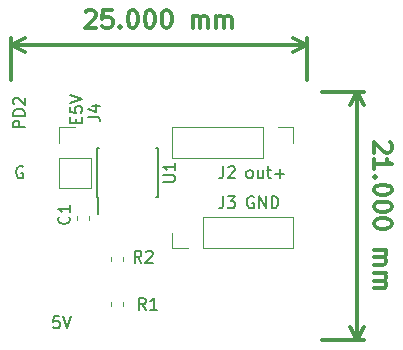
<source format=gbr>
G04 #@! TF.GenerationSoftware,KiCad,Pcbnew,(5.0.0-rc2-178-g3c7b91b96)*
G04 #@! TF.CreationDate,2018-08-09T16:31:39+02:00*
G04 #@! TF.ProjectId,pcb3,706362332E6B696361645F7063620000,rev?*
G04 #@! TF.SameCoordinates,Original*
G04 #@! TF.FileFunction,Legend,Top*
G04 #@! TF.FilePolarity,Positive*
%FSLAX46Y46*%
G04 Gerber Fmt 4.6, Leading zero omitted, Abs format (unit mm)*
G04 Created by KiCad (PCBNEW (5.0.0-rc2-178-g3c7b91b96)) date 08/09/18 16:31:39*
%MOMM*%
%LPD*%
G01*
G04 APERTURE LIST*
%ADD10C,0.200000*%
%ADD11C,0.300000*%
%ADD12C,0.120000*%
%ADD13C,0.150000*%
G04 APERTURE END LIST*
D10*
X112450571Y-65635047D02*
X112450571Y-65301714D01*
X112974380Y-65158857D02*
X112974380Y-65635047D01*
X111974380Y-65635047D01*
X111974380Y-65158857D01*
X111974380Y-64254095D02*
X111974380Y-64730285D01*
X112450571Y-64777904D01*
X112402952Y-64730285D01*
X112355333Y-64635047D01*
X112355333Y-64396952D01*
X112402952Y-64301714D01*
X112450571Y-64254095D01*
X112545809Y-64206476D01*
X112783904Y-64206476D01*
X112879142Y-64254095D01*
X112926761Y-64301714D01*
X112974380Y-64396952D01*
X112974380Y-64635047D01*
X112926761Y-64730285D01*
X112879142Y-64777904D01*
X111974380Y-63920761D02*
X112974380Y-63587428D01*
X111974380Y-63254095D01*
D11*
X139048571Y-67285714D02*
X139120000Y-67357142D01*
X139191428Y-67500000D01*
X139191428Y-67857142D01*
X139120000Y-68000000D01*
X139048571Y-68071428D01*
X138905714Y-68142857D01*
X138762857Y-68142857D01*
X138548571Y-68071428D01*
X137691428Y-67214285D01*
X137691428Y-68142857D01*
X137691428Y-69571428D02*
X137691428Y-68714285D01*
X137691428Y-69142857D02*
X139191428Y-69142857D01*
X138977142Y-69000000D01*
X138834285Y-68857142D01*
X138762857Y-68714285D01*
X137834285Y-70214285D02*
X137762857Y-70285714D01*
X137691428Y-70214285D01*
X137762857Y-70142857D01*
X137834285Y-70214285D01*
X137691428Y-70214285D01*
X139191428Y-71214285D02*
X139191428Y-71357142D01*
X139120000Y-71500000D01*
X139048571Y-71571428D01*
X138905714Y-71642857D01*
X138620000Y-71714285D01*
X138262857Y-71714285D01*
X137977142Y-71642857D01*
X137834285Y-71571428D01*
X137762857Y-71500000D01*
X137691428Y-71357142D01*
X137691428Y-71214285D01*
X137762857Y-71071428D01*
X137834285Y-71000000D01*
X137977142Y-70928571D01*
X138262857Y-70857142D01*
X138620000Y-70857142D01*
X138905714Y-70928571D01*
X139048571Y-71000000D01*
X139120000Y-71071428D01*
X139191428Y-71214285D01*
X139191428Y-72642857D02*
X139191428Y-72785714D01*
X139120000Y-72928571D01*
X139048571Y-73000000D01*
X138905714Y-73071428D01*
X138620000Y-73142857D01*
X138262857Y-73142857D01*
X137977142Y-73071428D01*
X137834285Y-73000000D01*
X137762857Y-72928571D01*
X137691428Y-72785714D01*
X137691428Y-72642857D01*
X137762857Y-72500000D01*
X137834285Y-72428571D01*
X137977142Y-72357142D01*
X138262857Y-72285714D01*
X138620000Y-72285714D01*
X138905714Y-72357142D01*
X139048571Y-72428571D01*
X139120000Y-72500000D01*
X139191428Y-72642857D01*
X139191428Y-74071428D02*
X139191428Y-74214285D01*
X139120000Y-74357142D01*
X139048571Y-74428571D01*
X138905714Y-74500000D01*
X138620000Y-74571428D01*
X138262857Y-74571428D01*
X137977142Y-74500000D01*
X137834285Y-74428571D01*
X137762857Y-74357142D01*
X137691428Y-74214285D01*
X137691428Y-74071428D01*
X137762857Y-73928571D01*
X137834285Y-73857142D01*
X137977142Y-73785714D01*
X138262857Y-73714285D01*
X138620000Y-73714285D01*
X138905714Y-73785714D01*
X139048571Y-73857142D01*
X139120000Y-73928571D01*
X139191428Y-74071428D01*
X137691428Y-76357142D02*
X138691428Y-76357142D01*
X138548571Y-76357142D02*
X138620000Y-76428571D01*
X138691428Y-76571428D01*
X138691428Y-76785714D01*
X138620000Y-76928571D01*
X138477142Y-77000000D01*
X137691428Y-77000000D01*
X138477142Y-77000000D02*
X138620000Y-77071428D01*
X138691428Y-77214285D01*
X138691428Y-77428571D01*
X138620000Y-77571428D01*
X138477142Y-77642857D01*
X137691428Y-77642857D01*
X137691428Y-78357142D02*
X138691428Y-78357142D01*
X138548571Y-78357142D02*
X138620000Y-78428571D01*
X138691428Y-78571428D01*
X138691428Y-78785714D01*
X138620000Y-78928571D01*
X138477142Y-79000000D01*
X137691428Y-79000000D01*
X138477142Y-79000000D02*
X138620000Y-79071428D01*
X138691428Y-79214285D01*
X138691428Y-79428571D01*
X138620000Y-79571428D01*
X138477142Y-79642857D01*
X137691428Y-79642857D01*
X136270000Y-63000000D02*
X136270000Y-84000000D01*
X133270000Y-63000000D02*
X136856421Y-63000000D01*
X133270000Y-84000000D02*
X136856421Y-84000000D01*
X136270000Y-84000000D02*
X135683579Y-82873496D01*
X136270000Y-84000000D02*
X136856421Y-82873496D01*
X136270000Y-63000000D02*
X135683579Y-64126504D01*
X136270000Y-63000000D02*
X136856421Y-64126504D01*
X113285714Y-56221428D02*
X113357142Y-56150000D01*
X113500000Y-56078571D01*
X113857142Y-56078571D01*
X114000000Y-56150000D01*
X114071428Y-56221428D01*
X114142857Y-56364285D01*
X114142857Y-56507142D01*
X114071428Y-56721428D01*
X113214285Y-57578571D01*
X114142857Y-57578571D01*
X115500000Y-56078571D02*
X114785714Y-56078571D01*
X114714285Y-56792857D01*
X114785714Y-56721428D01*
X114928571Y-56650000D01*
X115285714Y-56650000D01*
X115428571Y-56721428D01*
X115500000Y-56792857D01*
X115571428Y-56935714D01*
X115571428Y-57292857D01*
X115500000Y-57435714D01*
X115428571Y-57507142D01*
X115285714Y-57578571D01*
X114928571Y-57578571D01*
X114785714Y-57507142D01*
X114714285Y-57435714D01*
X116214285Y-57435714D02*
X116285714Y-57507142D01*
X116214285Y-57578571D01*
X116142857Y-57507142D01*
X116214285Y-57435714D01*
X116214285Y-57578571D01*
X117214285Y-56078571D02*
X117357142Y-56078571D01*
X117500000Y-56150000D01*
X117571428Y-56221428D01*
X117642857Y-56364285D01*
X117714285Y-56650000D01*
X117714285Y-57007142D01*
X117642857Y-57292857D01*
X117571428Y-57435714D01*
X117500000Y-57507142D01*
X117357142Y-57578571D01*
X117214285Y-57578571D01*
X117071428Y-57507142D01*
X117000000Y-57435714D01*
X116928571Y-57292857D01*
X116857142Y-57007142D01*
X116857142Y-56650000D01*
X116928571Y-56364285D01*
X117000000Y-56221428D01*
X117071428Y-56150000D01*
X117214285Y-56078571D01*
X118642857Y-56078571D02*
X118785714Y-56078571D01*
X118928571Y-56150000D01*
X119000000Y-56221428D01*
X119071428Y-56364285D01*
X119142857Y-56650000D01*
X119142857Y-57007142D01*
X119071428Y-57292857D01*
X119000000Y-57435714D01*
X118928571Y-57507142D01*
X118785714Y-57578571D01*
X118642857Y-57578571D01*
X118500000Y-57507142D01*
X118428571Y-57435714D01*
X118357142Y-57292857D01*
X118285714Y-57007142D01*
X118285714Y-56650000D01*
X118357142Y-56364285D01*
X118428571Y-56221428D01*
X118500000Y-56150000D01*
X118642857Y-56078571D01*
X120071428Y-56078571D02*
X120214285Y-56078571D01*
X120357142Y-56150000D01*
X120428571Y-56221428D01*
X120500000Y-56364285D01*
X120571428Y-56650000D01*
X120571428Y-57007142D01*
X120500000Y-57292857D01*
X120428571Y-57435714D01*
X120357142Y-57507142D01*
X120214285Y-57578571D01*
X120071428Y-57578571D01*
X119928571Y-57507142D01*
X119857142Y-57435714D01*
X119785714Y-57292857D01*
X119714285Y-57007142D01*
X119714285Y-56650000D01*
X119785714Y-56364285D01*
X119857142Y-56221428D01*
X119928571Y-56150000D01*
X120071428Y-56078571D01*
X122357142Y-57578571D02*
X122357142Y-56578571D01*
X122357142Y-56721428D02*
X122428571Y-56650000D01*
X122571428Y-56578571D01*
X122785714Y-56578571D01*
X122928571Y-56650000D01*
X123000000Y-56792857D01*
X123000000Y-57578571D01*
X123000000Y-56792857D02*
X123071428Y-56650000D01*
X123214285Y-56578571D01*
X123428571Y-56578571D01*
X123571428Y-56650000D01*
X123642857Y-56792857D01*
X123642857Y-57578571D01*
X124357142Y-57578571D02*
X124357142Y-56578571D01*
X124357142Y-56721428D02*
X124428571Y-56650000D01*
X124571428Y-56578571D01*
X124785714Y-56578571D01*
X124928571Y-56650000D01*
X125000000Y-56792857D01*
X125000000Y-57578571D01*
X125000000Y-56792857D02*
X125071428Y-56650000D01*
X125214285Y-56578571D01*
X125428571Y-56578571D01*
X125571428Y-56650000D01*
X125642857Y-56792857D01*
X125642857Y-57578571D01*
X132000000Y-59000000D02*
X107000000Y-59000000D01*
X132000000Y-62000000D02*
X132000000Y-58413579D01*
X107000000Y-62000000D02*
X107000000Y-58413579D01*
X107000000Y-59000000D02*
X108126504Y-58413579D01*
X107000000Y-59000000D02*
X108126504Y-59586421D01*
X132000000Y-59000000D02*
X130873496Y-58413579D01*
X132000000Y-59000000D02*
X130873496Y-59586421D01*
D10*
X107957904Y-69350000D02*
X107862666Y-69302380D01*
X107719809Y-69302380D01*
X107576952Y-69350000D01*
X107481714Y-69445238D01*
X107434095Y-69540476D01*
X107386476Y-69730952D01*
X107386476Y-69873809D01*
X107434095Y-70064285D01*
X107481714Y-70159523D01*
X107576952Y-70254761D01*
X107719809Y-70302380D01*
X107815047Y-70302380D01*
X107957904Y-70254761D01*
X108005523Y-70207142D01*
X108005523Y-69873809D01*
X107815047Y-69873809D01*
X111061523Y-82002380D02*
X110585333Y-82002380D01*
X110537714Y-82478571D01*
X110585333Y-82430952D01*
X110680571Y-82383333D01*
X110918666Y-82383333D01*
X111013904Y-82430952D01*
X111061523Y-82478571D01*
X111109142Y-82573809D01*
X111109142Y-82811904D01*
X111061523Y-82907142D01*
X111013904Y-82954761D01*
X110918666Y-83002380D01*
X110680571Y-83002380D01*
X110585333Y-82954761D01*
X110537714Y-82907142D01*
X111394857Y-82002380D02*
X111728190Y-83002380D01*
X112061523Y-82002380D01*
X108148380Y-66008095D02*
X107148380Y-66008095D01*
X107148380Y-65627142D01*
X107196000Y-65531904D01*
X107243619Y-65484285D01*
X107338857Y-65436666D01*
X107481714Y-65436666D01*
X107576952Y-65484285D01*
X107624571Y-65531904D01*
X107672190Y-65627142D01*
X107672190Y-66008095D01*
X108148380Y-65008095D02*
X107148380Y-65008095D01*
X107148380Y-64770000D01*
X107196000Y-64627142D01*
X107291238Y-64531904D01*
X107386476Y-64484285D01*
X107576952Y-64436666D01*
X107719809Y-64436666D01*
X107910285Y-64484285D01*
X108005523Y-64531904D01*
X108100761Y-64627142D01*
X108148380Y-64770000D01*
X108148380Y-65008095D01*
X107243619Y-64055714D02*
X107196000Y-64008095D01*
X107148380Y-63912857D01*
X107148380Y-63674761D01*
X107196000Y-63579523D01*
X107243619Y-63531904D01*
X107338857Y-63484285D01*
X107434095Y-63484285D01*
X107576952Y-63531904D01*
X108148380Y-64103333D01*
X108148380Y-63484285D01*
X127095428Y-70302380D02*
X127000190Y-70254761D01*
X126952571Y-70207142D01*
X126904952Y-70111904D01*
X126904952Y-69826190D01*
X126952571Y-69730952D01*
X127000190Y-69683333D01*
X127095428Y-69635714D01*
X127238285Y-69635714D01*
X127333523Y-69683333D01*
X127381142Y-69730952D01*
X127428761Y-69826190D01*
X127428761Y-70111904D01*
X127381142Y-70207142D01*
X127333523Y-70254761D01*
X127238285Y-70302380D01*
X127095428Y-70302380D01*
X128285904Y-69635714D02*
X128285904Y-70302380D01*
X127857333Y-69635714D02*
X127857333Y-70159523D01*
X127904952Y-70254761D01*
X128000190Y-70302380D01*
X128143047Y-70302380D01*
X128238285Y-70254761D01*
X128285904Y-70207142D01*
X128619238Y-69635714D02*
X129000190Y-69635714D01*
X128762095Y-69302380D02*
X128762095Y-70159523D01*
X128809714Y-70254761D01*
X128904952Y-70302380D01*
X129000190Y-70302380D01*
X129333523Y-69921428D02*
X130095428Y-69921428D01*
X129714476Y-70302380D02*
X129714476Y-69540476D01*
X127508095Y-71890000D02*
X127412857Y-71842380D01*
X127270000Y-71842380D01*
X127127142Y-71890000D01*
X127031904Y-71985238D01*
X126984285Y-72080476D01*
X126936666Y-72270952D01*
X126936666Y-72413809D01*
X126984285Y-72604285D01*
X127031904Y-72699523D01*
X127127142Y-72794761D01*
X127270000Y-72842380D01*
X127365238Y-72842380D01*
X127508095Y-72794761D01*
X127555714Y-72747142D01*
X127555714Y-72413809D01*
X127365238Y-72413809D01*
X127984285Y-72842380D02*
X127984285Y-71842380D01*
X128555714Y-72842380D01*
X128555714Y-71842380D01*
X129031904Y-72842380D02*
X129031904Y-71842380D01*
X129270000Y-71842380D01*
X129412857Y-71890000D01*
X129508095Y-71985238D01*
X129555714Y-72080476D01*
X129603333Y-72270952D01*
X129603333Y-72413809D01*
X129555714Y-72604285D01*
X129508095Y-72699523D01*
X129412857Y-72794761D01*
X129270000Y-72842380D01*
X129031904Y-72842380D01*
D12*
G04 #@! TO.C,C1*
X113540000Y-73488733D02*
X113540000Y-73831267D01*
X112520000Y-73488733D02*
X112520000Y-73831267D01*
G04 #@! TO.C,J4*
X111065000Y-71180000D02*
X113725000Y-71180000D01*
X111065000Y-68580000D02*
X111065000Y-71180000D01*
X113725000Y-68580000D02*
X113725000Y-71180000D01*
X111065000Y-68580000D02*
X113725000Y-68580000D01*
X111065000Y-67310000D02*
X111065000Y-65980000D01*
X111065000Y-65980000D02*
X112395000Y-65980000D01*
D13*
G04 #@! TO.C,U1*
X114265000Y-71925000D02*
X114315000Y-71925000D01*
X114265000Y-67775000D02*
X114410000Y-67775000D01*
X119415000Y-67775000D02*
X119270000Y-67775000D01*
X119415000Y-71925000D02*
X119270000Y-71925000D01*
X114265000Y-71925000D02*
X114265000Y-67775000D01*
X119415000Y-71925000D02*
X119415000Y-67775000D01*
X114315000Y-71925000D02*
X114315000Y-73325000D01*
D12*
G04 #@! TO.C,J2*
X120590000Y-65980000D02*
X120590000Y-68640000D01*
X128270000Y-65980000D02*
X120590000Y-65980000D01*
X128270000Y-68640000D02*
X120590000Y-68640000D01*
X128270000Y-65980000D02*
X128270000Y-68640000D01*
X129540000Y-65980000D02*
X130870000Y-65980000D01*
X130870000Y-65980000D02*
X130870000Y-67310000D01*
G04 #@! TO.C,J3*
X130870000Y-76260000D02*
X130870000Y-73600000D01*
X123190000Y-76260000D02*
X130870000Y-76260000D01*
X123190000Y-73600000D02*
X130870000Y-73600000D01*
X123190000Y-76260000D02*
X123190000Y-73600000D01*
X121920000Y-76260000D02*
X120590000Y-76260000D01*
X120590000Y-76260000D02*
X120590000Y-74930000D01*
G04 #@! TO.C,R2*
X116463230Y-77323126D02*
X116463230Y-76980592D01*
X115443230Y-77323126D02*
X115443230Y-76980592D01*
G04 #@! TO.C,R1*
X116463230Y-80790592D02*
X116463230Y-81133126D01*
X115443230Y-80790592D02*
X115443230Y-81133126D01*
G04 #@! TO.C,C1*
D13*
X111863142Y-73572666D02*
X111910761Y-73620285D01*
X111958380Y-73763142D01*
X111958380Y-73858380D01*
X111910761Y-74001238D01*
X111815523Y-74096476D01*
X111720285Y-74144095D01*
X111529809Y-74191714D01*
X111386952Y-74191714D01*
X111196476Y-74144095D01*
X111101238Y-74096476D01*
X111006000Y-74001238D01*
X110958380Y-73858380D01*
X110958380Y-73763142D01*
X111006000Y-73620285D01*
X111053619Y-73572666D01*
X111958380Y-72620285D02*
X111958380Y-73191714D01*
X111958380Y-72906000D02*
X110958380Y-72906000D01*
X111101238Y-73001238D01*
X111196476Y-73096476D01*
X111244095Y-73191714D01*
G04 #@! TO.C,J4*
X113498380Y-65103333D02*
X114212666Y-65103333D01*
X114355523Y-65150952D01*
X114450761Y-65246190D01*
X114498380Y-65389047D01*
X114498380Y-65484285D01*
X113831714Y-64198571D02*
X114498380Y-64198571D01*
X113450761Y-64436666D02*
X114165047Y-64674761D01*
X114165047Y-64055714D01*
G04 #@! TO.C,U1*
X119848380Y-70611904D02*
X120657904Y-70611904D01*
X120753142Y-70564285D01*
X120800761Y-70516666D01*
X120848380Y-70421428D01*
X120848380Y-70230952D01*
X120800761Y-70135714D01*
X120753142Y-70088095D01*
X120657904Y-70040476D01*
X119848380Y-70040476D01*
X120848380Y-69040476D02*
X120848380Y-69611904D01*
X120848380Y-69326190D02*
X119848380Y-69326190D01*
X119991238Y-69421428D01*
X120086476Y-69516666D01*
X120134095Y-69611904D01*
G04 #@! TO.C,J2*
X124936666Y-69302380D02*
X124936666Y-70016666D01*
X124889047Y-70159523D01*
X124793809Y-70254761D01*
X124650952Y-70302380D01*
X124555714Y-70302380D01*
X125365238Y-69397619D02*
X125412857Y-69350000D01*
X125508095Y-69302380D01*
X125746190Y-69302380D01*
X125841428Y-69350000D01*
X125889047Y-69397619D01*
X125936666Y-69492857D01*
X125936666Y-69588095D01*
X125889047Y-69730952D01*
X125317619Y-70302380D01*
X125936666Y-70302380D01*
G04 #@! TO.C,J3*
X124936666Y-71842380D02*
X124936666Y-72556666D01*
X124889047Y-72699523D01*
X124793809Y-72794761D01*
X124650952Y-72842380D01*
X124555714Y-72842380D01*
X125317619Y-71842380D02*
X125936666Y-71842380D01*
X125603333Y-72223333D01*
X125746190Y-72223333D01*
X125841428Y-72270952D01*
X125889047Y-72318571D01*
X125936666Y-72413809D01*
X125936666Y-72651904D01*
X125889047Y-72747142D01*
X125841428Y-72794761D01*
X125746190Y-72842380D01*
X125460476Y-72842380D01*
X125365238Y-72794761D01*
X125317619Y-72747142D01*
G04 #@! TO.C,R2*
X118016563Y-77452380D02*
X117683230Y-76976190D01*
X117445134Y-77452380D02*
X117445134Y-76452380D01*
X117826087Y-76452380D01*
X117921325Y-76500000D01*
X117968944Y-76547619D01*
X118016563Y-76642857D01*
X118016563Y-76785714D01*
X117968944Y-76880952D01*
X117921325Y-76928571D01*
X117826087Y-76976190D01*
X117445134Y-76976190D01*
X118397515Y-76547619D02*
X118445134Y-76500000D01*
X118540372Y-76452380D01*
X118778468Y-76452380D01*
X118873706Y-76500000D01*
X118921325Y-76547619D01*
X118968944Y-76642857D01*
X118968944Y-76738095D01*
X118921325Y-76880952D01*
X118349896Y-77452380D01*
X118968944Y-77452380D01*
G04 #@! TO.C,R1*
X118373333Y-81452380D02*
X118040000Y-80976190D01*
X117801904Y-81452380D02*
X117801904Y-80452380D01*
X118182857Y-80452380D01*
X118278095Y-80500000D01*
X118325714Y-80547619D01*
X118373333Y-80642857D01*
X118373333Y-80785714D01*
X118325714Y-80880952D01*
X118278095Y-80928571D01*
X118182857Y-80976190D01*
X117801904Y-80976190D01*
X119325714Y-81452380D02*
X118754285Y-81452380D01*
X119040000Y-81452380D02*
X119040000Y-80452380D01*
X118944761Y-80595238D01*
X118849523Y-80690476D01*
X118754285Y-80738095D01*
G04 #@! TD*
M02*

</source>
